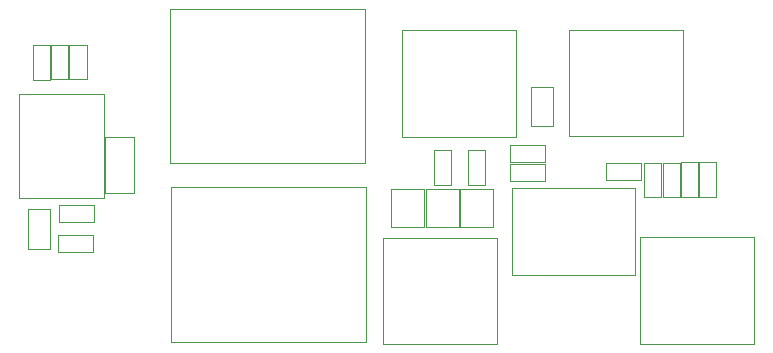
<source format=gbr>
G04 #@! TF.GenerationSoftware,KiCad,Pcbnew,8.0.0-rc1*
G04 #@! TF.CreationDate,2025-03-11T15:01:50+03:00*
G04 #@! TF.ProjectId,KSS_MD_V1.0,4b53535f-4d44-45f5-9631-2e302e6b6963,rev?*
G04 #@! TF.SameCoordinates,Original*
G04 #@! TF.FileFunction,Other,User*
%FSLAX46Y46*%
G04 Gerber Fmt 4.6, Leading zero omitted, Abs format (unit mm)*
G04 Created by KiCad (PCBNEW 8.0.0-rc1) date 2025-03-11 15:01:50*
%MOMM*%
%LPD*%
G01*
G04 APERTURE LIST*
%ADD10C,0.050000*%
G04 APERTURE END LIST*
D10*
X101865200Y-87406000D02*
X104265200Y-87406000D01*
X104265200Y-92106000D02*
X101865200Y-92106000D01*
X104265200Y-87406000D02*
X104265200Y-92106000D01*
X101865200Y-92106000D02*
X101865200Y-87406000D01*
X131905200Y-94966000D02*
X131905200Y-91766000D01*
X131905200Y-94966000D02*
X134705200Y-94966000D01*
X134705200Y-91766000D02*
X131905200Y-91766000D01*
X134705200Y-94966000D02*
X134705200Y-91766000D01*
X128995200Y-94986000D02*
X128995200Y-91786000D01*
X128995200Y-94986000D02*
X131795200Y-94986000D01*
X131795200Y-91786000D02*
X128995200Y-91786000D01*
X131795200Y-94986000D02*
X131795200Y-91786000D01*
X125365200Y-95916000D02*
X125365200Y-104916000D01*
X125365200Y-104916000D02*
X135025200Y-104916000D01*
X135025200Y-95916000D02*
X125365200Y-95916000D01*
X135025200Y-104916000D02*
X135025200Y-95916000D01*
X129705200Y-88506000D02*
X131165200Y-88506000D01*
X129705200Y-91466000D02*
X129705200Y-88506000D01*
X131165200Y-88506000D02*
X131165200Y-91466000D01*
X131165200Y-91466000D02*
X129705200Y-91466000D01*
X144235200Y-89526000D02*
X147195200Y-89526000D01*
X144235200Y-90986000D02*
X144235200Y-89526000D01*
X147195200Y-89526000D02*
X147195200Y-90986000D01*
X147195200Y-90986000D02*
X144235200Y-90986000D01*
X97275200Y-79536000D02*
X98735200Y-79536000D01*
X97275200Y-82496000D02*
X97275200Y-79536000D01*
X98735200Y-79536000D02*
X98735200Y-82496000D01*
X98735200Y-82496000D02*
X97275200Y-82496000D01*
X147475200Y-89526000D02*
X148935200Y-89526000D01*
X147475200Y-92486000D02*
X147475200Y-89526000D01*
X148935200Y-89526000D02*
X148935200Y-92486000D01*
X148935200Y-92486000D02*
X147475200Y-92486000D01*
X97910200Y-95676000D02*
X100870200Y-95676000D01*
X97910200Y-97136000D02*
X97910200Y-95676000D01*
X100870200Y-95676000D02*
X100870200Y-97136000D01*
X100870200Y-97136000D02*
X97910200Y-97136000D01*
X97930200Y-93086000D02*
X100890200Y-93086000D01*
X97930200Y-94546000D02*
X97930200Y-93086000D01*
X100890200Y-93086000D02*
X100890200Y-94546000D01*
X100890200Y-94546000D02*
X97930200Y-94546000D01*
X136340200Y-91681000D02*
X136340200Y-99081000D01*
X136340200Y-99081000D02*
X146740200Y-99081000D01*
X146740200Y-91681000D02*
X136340200Y-91681000D01*
X146740200Y-99081000D02*
X146740200Y-91681000D01*
X152155200Y-89511000D02*
X153615200Y-89511000D01*
X152155200Y-92471000D02*
X152155200Y-89511000D01*
X153615200Y-89511000D02*
X153615200Y-92471000D01*
X153615200Y-92471000D02*
X152155200Y-92471000D01*
X150615200Y-89511000D02*
X152075200Y-89511000D01*
X150615200Y-92471000D02*
X150615200Y-89511000D01*
X152075200Y-89511000D02*
X152075200Y-92471000D01*
X152075200Y-92471000D02*
X150615200Y-92471000D01*
X126075200Y-95006000D02*
X126075200Y-91806000D01*
X126075200Y-95006000D02*
X128875200Y-95006000D01*
X128875200Y-91806000D02*
X126075200Y-91806000D01*
X128875200Y-95006000D02*
X128875200Y-91806000D01*
X132565200Y-88456000D02*
X134025200Y-88456000D01*
X132565200Y-91416000D02*
X132565200Y-88456000D01*
X134025200Y-88456000D02*
X134025200Y-91416000D01*
X134025200Y-91416000D02*
X132565200Y-91416000D01*
X126970600Y-78329400D02*
X126970600Y-87329400D01*
X126970600Y-87329400D02*
X136630600Y-87329400D01*
X136630600Y-78329400D02*
X126970600Y-78329400D01*
X136630600Y-87329400D02*
X136630600Y-78329400D01*
X137905200Y-83106000D02*
X139805200Y-83106000D01*
X137905200Y-86466000D02*
X137905200Y-83106000D01*
X139805200Y-83106000D02*
X139805200Y-86466000D01*
X139805200Y-86466000D02*
X137905200Y-86466000D01*
X136145200Y-88046000D02*
X139105200Y-88046000D01*
X136145200Y-89506000D02*
X136145200Y-88046000D01*
X139105200Y-88046000D02*
X139105200Y-89506000D01*
X139105200Y-89506000D02*
X136145200Y-89506000D01*
X107442500Y-91580000D02*
X107442500Y-104681200D01*
X107442500Y-91580000D02*
X123932500Y-91580000D01*
X107442500Y-104681200D02*
X123932500Y-104681200D01*
X123932500Y-91580000D02*
X123932500Y-104681200D01*
X136165200Y-89616000D02*
X139125200Y-89616000D01*
X136165200Y-91076000D02*
X136165200Y-89616000D01*
X139125200Y-89616000D02*
X139125200Y-91076000D01*
X139125200Y-91076000D02*
X136165200Y-91076000D01*
X107334500Y-89608600D02*
X107334500Y-76507400D01*
X123824500Y-76507400D02*
X107334500Y-76507400D01*
X123824500Y-89608600D02*
X107334500Y-89608600D01*
X123824500Y-89608600D02*
X123824500Y-76507400D01*
X141117200Y-78304000D02*
X141117200Y-87304000D01*
X141117200Y-87304000D02*
X150777200Y-87304000D01*
X150777200Y-78304000D02*
X141117200Y-78304000D01*
X150777200Y-87304000D02*
X150777200Y-78304000D01*
X98835200Y-79536000D02*
X100295200Y-79536000D01*
X98835200Y-82496000D02*
X98835200Y-79536000D01*
X100295200Y-79536000D02*
X100295200Y-82496000D01*
X100295200Y-82496000D02*
X98835200Y-82496000D01*
X94545200Y-83716000D02*
X94545200Y-92516000D01*
X94545200Y-92516000D02*
X101745200Y-92516000D01*
X101745200Y-83716000D02*
X94545200Y-83716000D01*
X101745200Y-92516000D02*
X101745200Y-83716000D01*
X95735200Y-79556000D02*
X97195200Y-79556000D01*
X95735200Y-82516000D02*
X95735200Y-79556000D01*
X97195200Y-79556000D02*
X97195200Y-82516000D01*
X97195200Y-82516000D02*
X95735200Y-82516000D01*
X95310200Y-93466000D02*
X97210200Y-93466000D01*
X95310200Y-96826000D02*
X95310200Y-93466000D01*
X97210200Y-93466000D02*
X97210200Y-96826000D01*
X97210200Y-96826000D02*
X95310200Y-96826000D01*
X149065200Y-89526000D02*
X150525200Y-89526000D01*
X149065200Y-92486000D02*
X149065200Y-89526000D01*
X150525200Y-89526000D02*
X150525200Y-92486000D01*
X150525200Y-92486000D02*
X149065200Y-92486000D01*
X147175200Y-95856000D02*
X147175200Y-104856000D01*
X147175200Y-104856000D02*
X156835200Y-104856000D01*
X156835200Y-95856000D02*
X147175200Y-95856000D01*
X156835200Y-104856000D02*
X156835200Y-95856000D01*
M02*

</source>
